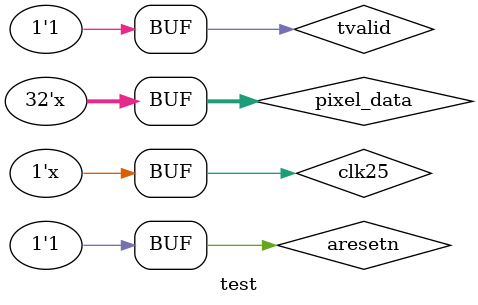
<source format=v>
module test ();



reg clk25;			//pixel clock: 25MHz
reg aresetn;		//asynchronous reset
wire hsync;		//horizontal sync out
wire vsync;		//vertical sync out
wire [3:0] red;	//red vga output
wire [3:0] green; //green vga output
wire [3:0] blue;	//blue vga output
reg [31:0] pixel_data;
reg tvalid;
wire tready;
wire fsync;

initial begin
    clk25 = 0;
    aresetn = 0;
    #10 aresetn = 1;
end always begin
    #5 clk25 = ~clk25;
end

initial begin
    pixel_data = 0;
    tvalid = 1;
end always begin
    #10 pixel_data = pixel_data + 1;
end


vga640x480 VGA(
	clk25,			//pixel clock: 25MHz
	aresetn,			//asynchronous reset
	hsync,		//horizontal sync out
	vsync,		//vertical sync out
	red,	//red vga output
	green, //green vga output
	blue,	//blue vga output
	pixel_data,
    tvalid,
    tready,
    fsync
	);



endmodule
</source>
